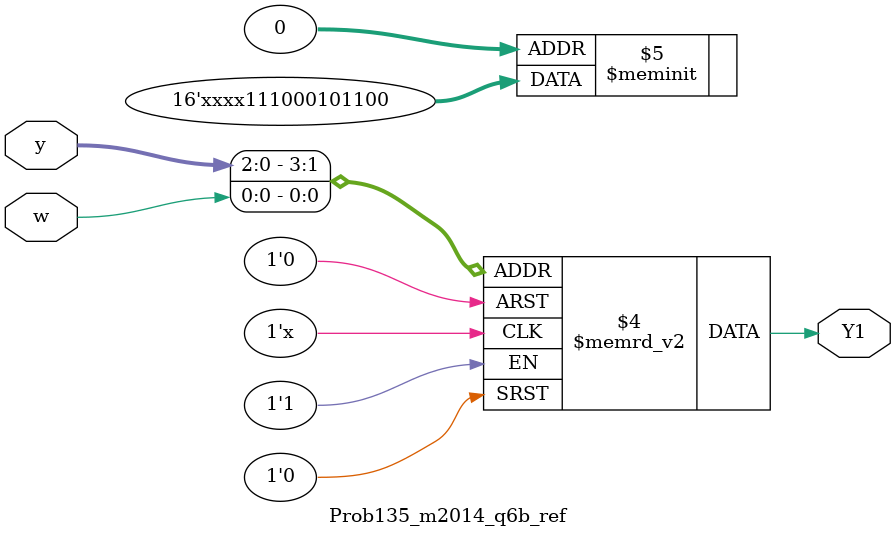
<source format=sv>

module Prob135_m2014_q6b_ref (
  input [2:0] y,
  input w,
  output reg Y1
);

  always_comb begin
    case ({y, w})
      4'h0: Y1 = 1'b0;
      4'h1: Y1 = 1'b0;
      4'h2: Y1 = 1'b1;
      4'h3: Y1 = 1'b1;
      4'h4: Y1 = 1'b0;
      4'h5: Y1 = 1'b1;
      4'h6: Y1 = 1'b0;
      4'h7: Y1 = 1'b0;
      4'h8: Y1 = 1'b0;
      4'h9: Y1 = 1'b1;
      4'ha: Y1 = 1'b1;
      4'hb: Y1 = 1'b1;
      default: Y1 = 1'bx;
    endcase
  end

endmodule


</source>
